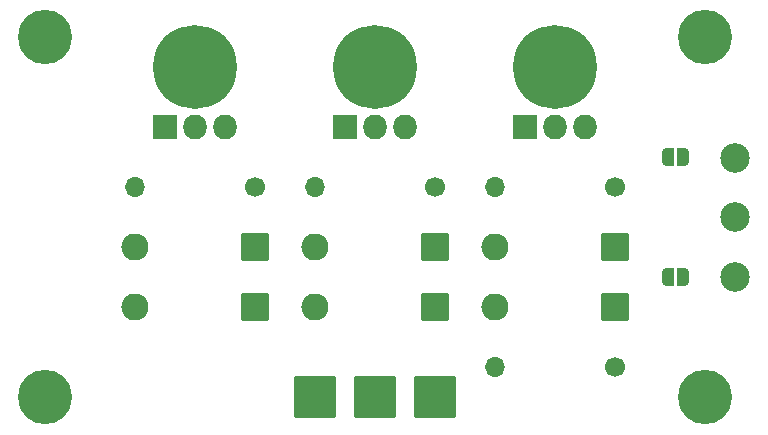
<source format=gbr>
%TF.GenerationSoftware,KiCad,Pcbnew,6.0.5*%
%TF.CreationDate,2022-09-23T17:49:20+02:00*%
%TF.ProjectId,Alternator_Motor_Driver,416c7465-726e-4617-946f-725f4d6f746f,1.1*%
%TF.SameCoordinates,Original*%
%TF.FileFunction,Soldermask,Top*%
%TF.FilePolarity,Negative*%
%FSLAX46Y46*%
G04 Gerber Fmt 4.6, Leading zero omitted, Abs format (unit mm)*
G04 Created by KiCad (PCBNEW 6.0.5) date 2022-09-23 17:49:20*
%MOMM*%
%LPD*%
G01*
G04 APERTURE LIST*
G04 Aperture macros list*
%AMRoundRect*
0 Rectangle with rounded corners*
0 $1 Rounding radius*
0 $2 $3 $4 $5 $6 $7 $8 $9 X,Y pos of 4 corners*
0 Add a 4 corners polygon primitive as box body*
4,1,4,$2,$3,$4,$5,$6,$7,$8,$9,$2,$3,0*
0 Add four circle primitives for the rounded corners*
1,1,$1+$1,$2,$3*
1,1,$1+$1,$4,$5*
1,1,$1+$1,$6,$7*
1,1,$1+$1,$8,$9*
0 Add four rect primitives between the rounded corners*
20,1,$1+$1,$2,$3,$4,$5,0*
20,1,$1+$1,$4,$5,$6,$7,0*
20,1,$1+$1,$6,$7,$8,$9,0*
20,1,$1+$1,$8,$9,$2,$3,0*%
%AMFreePoly0*
4,1,37,0.535355,0.785355,0.550000,0.750000,0.550000,-0.750000,0.535355,-0.785355,0.500000,-0.800000,0.000000,-0.800000,-0.012524,-0.794812,-0.080857,-0.793560,-0.094851,-0.791293,-0.230166,-0.749018,-0.242962,-0.742915,-0.360972,-0.664360,-0.371540,-0.654911,-0.462760,-0.546392,-0.470252,-0.534356,-0.527347,-0.404597,-0.531159,-0.390943,-0.548742,-0.256483,-0.547388,-0.256306,-0.550000,-0.250000,
-0.550000,0.250000,-0.549522,0.251153,-0.549368,0.263802,-0.527557,0.403879,-0.523412,0.417435,-0.463164,0.545760,-0.455381,0.557609,-0.361537,0.663867,-0.350741,0.673055,-0.230846,0.748703,-0.217905,0.754492,-0.081598,0.793449,-0.067552,0.795373,-0.011991,0.795033,0.000000,0.800000,0.500000,0.800000,0.535355,0.785355,0.535355,0.785355,$1*%
%AMFreePoly1*
4,1,37,0.012350,0.794884,0.074210,0.794507,0.088231,0.792412,0.224052,0.751793,0.236921,0.745846,0.355883,0.668739,0.366566,0.659420,0.459104,0.552023,0.466742,0.540080,0.525419,0.411028,0.529398,0.397421,0.549495,0.257088,0.550000,0.250000,0.550000,-0.250000,0.549996,-0.250610,0.549847,-0.262826,0.549158,-0.270511,0.525638,-0.410312,0.521328,-0.423818,0.459516,-0.551397,
0.451589,-0.563150,0.356454,-0.668254,0.345546,-0.677309,0.224736,-0.751486,0.211726,-0.757116,0.074953,-0.794405,0.060885,-0.796158,0.011462,-0.795252,0.000000,-0.800000,-0.500000,-0.800000,-0.535355,-0.785355,-0.550000,-0.750000,-0.550000,0.750000,-0.535355,0.785355,-0.500000,0.800000,0.000000,0.800000,0.012350,0.794884,0.012350,0.794884,$1*%
G04 Aperture macros list end*
%ADD10C,1.700000*%
%ADD11O,1.700000X1.700000*%
%ADD12C,7.100000*%
%ADD13C,0.900000*%
%ADD14RoundRect,0.050000X1.100000X1.100000X-1.100000X1.100000X-1.100000X-1.100000X1.100000X-1.100000X0*%
%ADD15O,2.300000X2.300000*%
%ADD16RoundRect,0.050000X-0.952500X-1.000000X0.952500X-1.000000X0.952500X1.000000X-0.952500X1.000000X0*%
%ADD17O,2.005000X2.100000*%
%ADD18C,4.600000*%
%ADD19RoundRect,0.300002X-1.499998X-1.499998X1.499998X-1.499998X1.499998X1.499998X-1.499998X1.499998X0*%
%ADD20FreePoly0,180.000000*%
%ADD21FreePoly1,180.000000*%
%ADD22FreePoly0,0.000000*%
%ADD23FreePoly1,0.000000*%
%ADD24C,2.500000*%
G04 APERTURE END LIST*
D10*
%TO.C,R2*%
X149860000Y-91440000D03*
D11*
X139700000Y-91440000D03*
%TD*%
D12*
%TO.C,H3*%
X160020000Y-81280000D03*
D13*
X158163845Y-79423845D03*
X160020000Y-83905000D03*
X161876155Y-83136155D03*
X158163845Y-83136155D03*
X162645000Y-81280000D03*
X161876155Y-79423845D03*
X157395000Y-81280000D03*
X160020000Y-78655000D03*
%TD*%
D14*
%TO.C,D2*%
X134619999Y-101600000D03*
D15*
X124459999Y-101600000D03*
%TD*%
D13*
%TO.C,H2*%
X142923845Y-83136155D03*
X144780000Y-78655000D03*
X142923845Y-79423845D03*
X146636155Y-83136155D03*
X144780000Y-83905000D03*
X146636155Y-79423845D03*
D12*
X144780000Y-81280000D03*
D13*
X147405000Y-81280000D03*
X142155000Y-81280000D03*
%TD*%
D14*
%TO.C,D5*%
X165099999Y-96520000D03*
D15*
X154939999Y-96520000D03*
%TD*%
D16*
%TO.C,Q1*%
X127000000Y-86360000D03*
D17*
X129540000Y-86360000D03*
X132080000Y-86360000D03*
%TD*%
D18*
%TO.C,H5*%
X172720000Y-109220000D03*
%TD*%
D10*
%TO.C,R1*%
X134620000Y-91440000D03*
D11*
X124460000Y-91440000D03*
%TD*%
D18*
%TO.C,H4*%
X116840000Y-109220000D03*
%TD*%
D14*
%TO.C,D1*%
X134620000Y-96520000D03*
D15*
X124460000Y-96520000D03*
%TD*%
D19*
%TO.C,J2*%
X144780000Y-109220000D03*
%TD*%
D14*
%TO.C,D6*%
X165100000Y-101600001D03*
D15*
X154940000Y-101600001D03*
%TD*%
D14*
%TO.C,D4*%
X149860000Y-101600000D03*
D15*
X139700000Y-101600000D03*
%TD*%
D10*
%TO.C,R4*%
X165100000Y-91440000D03*
D11*
X154940000Y-91440000D03*
%TD*%
D18*
%TO.C,H7*%
X172720000Y-78740000D03*
%TD*%
D16*
%TO.C,Q2*%
X142240000Y-86360000D03*
D17*
X144780000Y-86360000D03*
X147320000Y-86360000D03*
%TD*%
D20*
%TO.C,JP2*%
X170830000Y-99060000D03*
D21*
X169530000Y-99060000D03*
%TD*%
D19*
%TO.C,J1*%
X139700000Y-109220000D03*
%TD*%
%TO.C,J3*%
X149860000Y-109220000D03*
%TD*%
D18*
%TO.C,H6*%
X116840000Y-78740000D03*
%TD*%
D10*
%TO.C,R3*%
X165099999Y-106680000D03*
D11*
X154939999Y-106680000D03*
%TD*%
D16*
%TO.C,Q3*%
X157480000Y-86360000D03*
D17*
X160020000Y-86360000D03*
X162560000Y-86360000D03*
%TD*%
D22*
%TO.C,JP1*%
X169530000Y-88900000D03*
D23*
X170830000Y-88900000D03*
%TD*%
D14*
%TO.C,D3*%
X149860000Y-96520000D03*
D15*
X139700000Y-96520000D03*
%TD*%
D13*
%TO.C,H1*%
X127683845Y-83136155D03*
X129540000Y-78655000D03*
X131396155Y-79423845D03*
X129540000Y-83905000D03*
X131396155Y-83136155D03*
X126915000Y-81280000D03*
D12*
X129540000Y-81280000D03*
D13*
X132165000Y-81280000D03*
X127683845Y-79423845D03*
%TD*%
D24*
%TO.C,RV1*%
X175260000Y-88980000D03*
X175260000Y-93980000D03*
X175260000Y-98980000D03*
%TD*%
M02*

</source>
